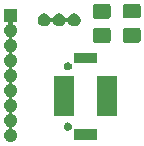
<source format=gts>
G04 #@! TF.GenerationSoftware,KiCad,Pcbnew,5.1.5-52549c5~84~ubuntu19.04.1*
G04 #@! TF.CreationDate,2020-03-13T14:57:39+01:00*
G04 #@! TF.ProjectId,ADcmXL3021_adapter,4144636d-584c-4333-9032-315f61646170,rev?*
G04 #@! TF.SameCoordinates,Original*
G04 #@! TF.FileFunction,Soldermask,Top*
G04 #@! TF.FilePolarity,Negative*
%FSLAX46Y46*%
G04 Gerber Fmt 4.6, Leading zero omitted, Abs format (unit mm)*
G04 Created by KiCad (PCBNEW 5.1.5-52549c5~84~ubuntu19.04.1) date 2020-03-13 14:57:39*
%MOMM*%
%LPD*%
G04 APERTURE LIST*
%ADD10C,0.101600*%
G04 APERTURE END LIST*
D10*
G36*
X127805000Y-75735000D02*
G01*
X127581782Y-75735000D01*
X127557396Y-75737402D01*
X127533947Y-75744515D01*
X127512336Y-75756066D01*
X127493394Y-75771611D01*
X127477849Y-75790553D01*
X127466298Y-75812164D01*
X127459185Y-75835613D01*
X127456783Y-75859999D01*
X127459185Y-75884385D01*
X127466298Y-75907834D01*
X127477849Y-75929445D01*
X127493394Y-75948387D01*
X127512336Y-75963932D01*
X127555824Y-75992990D01*
X127605242Y-76026010D01*
X127681990Y-76102758D01*
X127681991Y-76102760D01*
X127742291Y-76193005D01*
X127783826Y-76293279D01*
X127805000Y-76399730D01*
X127805000Y-76508270D01*
X127783826Y-76614721D01*
X127742291Y-76714995D01*
X127742290Y-76714996D01*
X127681990Y-76805242D01*
X127605242Y-76881990D01*
X127559812Y-76912345D01*
X127514995Y-76942291D01*
X127439611Y-76973516D01*
X127418000Y-76985067D01*
X127399059Y-77000612D01*
X127383513Y-77019554D01*
X127371962Y-77041165D01*
X127364849Y-77064614D01*
X127362447Y-77089000D01*
X127364849Y-77113386D01*
X127371962Y-77136835D01*
X127383513Y-77158446D01*
X127399058Y-77177387D01*
X127418000Y-77192933D01*
X127439611Y-77204484D01*
X127514995Y-77235709D01*
X127514996Y-77235710D01*
X127605242Y-77296010D01*
X127681990Y-77372758D01*
X127681991Y-77372760D01*
X127742291Y-77463005D01*
X127783826Y-77563279D01*
X127805000Y-77669730D01*
X127805000Y-77778270D01*
X127783826Y-77884721D01*
X127742291Y-77984995D01*
X127742290Y-77984996D01*
X127681990Y-78075242D01*
X127605242Y-78151990D01*
X127559812Y-78182345D01*
X127514995Y-78212291D01*
X127439611Y-78243516D01*
X127418000Y-78255067D01*
X127399059Y-78270612D01*
X127383513Y-78289554D01*
X127371962Y-78311165D01*
X127364849Y-78334614D01*
X127362447Y-78359000D01*
X127364849Y-78383386D01*
X127371962Y-78406835D01*
X127383513Y-78428446D01*
X127399058Y-78447387D01*
X127418000Y-78462933D01*
X127439611Y-78474484D01*
X127514995Y-78505709D01*
X127514996Y-78505710D01*
X127605242Y-78566010D01*
X127681990Y-78642758D01*
X127681991Y-78642760D01*
X127742291Y-78733005D01*
X127783826Y-78833279D01*
X127805000Y-78939730D01*
X127805000Y-79048270D01*
X127783826Y-79154721D01*
X127742291Y-79254995D01*
X127733433Y-79268252D01*
X127681990Y-79345242D01*
X127605242Y-79421990D01*
X127559812Y-79452345D01*
X127514995Y-79482291D01*
X127439611Y-79513516D01*
X127418000Y-79525067D01*
X127399059Y-79540612D01*
X127383513Y-79559554D01*
X127371962Y-79581165D01*
X127364849Y-79604614D01*
X127362447Y-79629000D01*
X127364849Y-79653386D01*
X127371962Y-79676835D01*
X127383513Y-79698446D01*
X127399058Y-79717387D01*
X127418000Y-79732933D01*
X127439611Y-79744484D01*
X127514995Y-79775709D01*
X127559812Y-79805655D01*
X127605242Y-79836010D01*
X127681990Y-79912758D01*
X127681991Y-79912760D01*
X127742291Y-80003005D01*
X127783826Y-80103279D01*
X127805000Y-80209730D01*
X127805000Y-80318270D01*
X127783826Y-80424721D01*
X127742291Y-80524995D01*
X127742290Y-80524996D01*
X127681990Y-80615242D01*
X127605242Y-80691990D01*
X127559812Y-80722345D01*
X127514995Y-80752291D01*
X127439611Y-80783516D01*
X127418000Y-80795067D01*
X127399059Y-80810612D01*
X127383513Y-80829554D01*
X127371962Y-80851165D01*
X127364849Y-80874614D01*
X127362447Y-80899000D01*
X127364849Y-80923386D01*
X127371962Y-80946835D01*
X127383513Y-80968446D01*
X127399058Y-80987387D01*
X127418000Y-81002933D01*
X127439611Y-81014484D01*
X127514995Y-81045709D01*
X127514996Y-81045710D01*
X127605242Y-81106010D01*
X127681990Y-81182758D01*
X127681991Y-81182760D01*
X127742291Y-81273005D01*
X127783826Y-81373279D01*
X127805000Y-81479730D01*
X127805000Y-81588270D01*
X127783826Y-81694721D01*
X127742291Y-81794995D01*
X127742290Y-81794996D01*
X127681990Y-81885242D01*
X127605242Y-81961990D01*
X127559812Y-81992345D01*
X127514995Y-82022291D01*
X127439611Y-82053516D01*
X127418000Y-82065067D01*
X127399059Y-82080612D01*
X127383513Y-82099554D01*
X127371962Y-82121165D01*
X127364849Y-82144614D01*
X127362447Y-82169000D01*
X127364849Y-82193386D01*
X127371962Y-82216835D01*
X127383513Y-82238446D01*
X127399058Y-82257387D01*
X127418000Y-82272933D01*
X127439611Y-82284484D01*
X127514995Y-82315709D01*
X127559812Y-82345655D01*
X127605242Y-82376010D01*
X127681990Y-82452758D01*
X127681991Y-82452760D01*
X127742291Y-82543005D01*
X127783826Y-82643279D01*
X127805000Y-82749730D01*
X127805000Y-82858270D01*
X127783826Y-82964721D01*
X127742291Y-83064995D01*
X127742290Y-83064996D01*
X127681990Y-83155242D01*
X127605242Y-83231990D01*
X127588764Y-83243000D01*
X127514995Y-83292291D01*
X127439611Y-83323516D01*
X127418000Y-83335067D01*
X127399059Y-83350612D01*
X127383513Y-83369554D01*
X127371962Y-83391165D01*
X127364849Y-83414614D01*
X127362447Y-83439000D01*
X127364849Y-83463386D01*
X127371962Y-83486835D01*
X127383513Y-83508446D01*
X127399058Y-83527387D01*
X127418000Y-83542933D01*
X127439611Y-83554484D01*
X127514995Y-83585709D01*
X127514996Y-83585710D01*
X127605242Y-83646010D01*
X127681990Y-83722758D01*
X127681991Y-83722760D01*
X127742291Y-83813005D01*
X127783826Y-83913279D01*
X127805000Y-84019730D01*
X127805000Y-84128270D01*
X127783826Y-84234721D01*
X127742291Y-84334995D01*
X127742290Y-84334996D01*
X127681990Y-84425242D01*
X127605242Y-84501990D01*
X127559812Y-84532345D01*
X127514995Y-84562291D01*
X127439611Y-84593516D01*
X127418000Y-84605067D01*
X127399059Y-84620612D01*
X127383513Y-84639554D01*
X127371962Y-84661165D01*
X127364849Y-84684614D01*
X127362447Y-84709000D01*
X127364849Y-84733386D01*
X127371962Y-84756835D01*
X127383513Y-84778446D01*
X127399058Y-84797387D01*
X127418000Y-84812933D01*
X127439611Y-84824484D01*
X127514995Y-84855709D01*
X127528361Y-84864640D01*
X127605242Y-84916010D01*
X127681990Y-84992758D01*
X127681991Y-84992760D01*
X127742291Y-85083005D01*
X127783826Y-85183279D01*
X127805000Y-85289730D01*
X127805000Y-85398270D01*
X127783826Y-85504721D01*
X127742291Y-85604995D01*
X127742290Y-85604996D01*
X127681990Y-85695242D01*
X127605242Y-85771990D01*
X127559812Y-85802345D01*
X127514995Y-85832291D01*
X127414721Y-85873826D01*
X127308270Y-85895000D01*
X127199730Y-85895000D01*
X127093279Y-85873826D01*
X126993005Y-85832291D01*
X126948188Y-85802345D01*
X126902758Y-85771990D01*
X126826010Y-85695242D01*
X126765710Y-85604996D01*
X126765709Y-85604995D01*
X126724174Y-85504721D01*
X126703000Y-85398270D01*
X126703000Y-85289730D01*
X126724174Y-85183279D01*
X126765709Y-85083005D01*
X126826009Y-84992760D01*
X126826010Y-84992758D01*
X126902758Y-84916010D01*
X126979639Y-84864640D01*
X126993005Y-84855709D01*
X127068389Y-84824484D01*
X127090000Y-84812933D01*
X127108941Y-84797388D01*
X127124487Y-84778446D01*
X127136038Y-84756835D01*
X127143151Y-84733386D01*
X127145553Y-84709000D01*
X127143151Y-84684614D01*
X127136038Y-84661165D01*
X127124487Y-84639554D01*
X127108942Y-84620613D01*
X127090000Y-84605067D01*
X127068389Y-84593516D01*
X126993005Y-84562291D01*
X126948188Y-84532345D01*
X126902758Y-84501990D01*
X126826010Y-84425242D01*
X126765710Y-84334996D01*
X126765709Y-84334995D01*
X126724174Y-84234721D01*
X126703000Y-84128270D01*
X126703000Y-84019730D01*
X126724174Y-83913279D01*
X126765709Y-83813005D01*
X126826009Y-83722760D01*
X126826010Y-83722758D01*
X126902758Y-83646010D01*
X126993004Y-83585710D01*
X126993005Y-83585709D01*
X127068389Y-83554484D01*
X127090000Y-83542933D01*
X127108941Y-83527388D01*
X127124487Y-83508446D01*
X127136038Y-83486835D01*
X127143151Y-83463386D01*
X127145553Y-83439000D01*
X127143151Y-83414614D01*
X127136038Y-83391165D01*
X127124487Y-83369554D01*
X127108942Y-83350613D01*
X127090000Y-83335067D01*
X127068389Y-83323516D01*
X126993005Y-83292291D01*
X126919236Y-83243000D01*
X126902758Y-83231990D01*
X126826010Y-83155242D01*
X126765710Y-83064996D01*
X126765709Y-83064995D01*
X126724174Y-82964721D01*
X126703000Y-82858270D01*
X126703000Y-82749730D01*
X126724174Y-82643279D01*
X126765709Y-82543005D01*
X126826009Y-82452760D01*
X126826010Y-82452758D01*
X126902758Y-82376010D01*
X126948188Y-82345655D01*
X126993005Y-82315709D01*
X127068389Y-82284484D01*
X127090000Y-82272933D01*
X127108941Y-82257388D01*
X127124487Y-82238446D01*
X127136038Y-82216835D01*
X127143151Y-82193386D01*
X127145553Y-82169000D01*
X127143151Y-82144614D01*
X127136038Y-82121165D01*
X127124487Y-82099554D01*
X127108942Y-82080613D01*
X127090000Y-82065067D01*
X127068389Y-82053516D01*
X126993005Y-82022291D01*
X126948188Y-81992345D01*
X126902758Y-81961990D01*
X126826010Y-81885242D01*
X126765710Y-81794996D01*
X126765709Y-81794995D01*
X126724174Y-81694721D01*
X126703000Y-81588270D01*
X126703000Y-81479730D01*
X126724174Y-81373279D01*
X126765709Y-81273005D01*
X126826009Y-81182760D01*
X126826010Y-81182758D01*
X126902758Y-81106010D01*
X126993004Y-81045710D01*
X126993005Y-81045709D01*
X127068389Y-81014484D01*
X127090000Y-81002933D01*
X127108941Y-80987388D01*
X127124487Y-80968446D01*
X127136038Y-80946835D01*
X127143151Y-80923386D01*
X127145553Y-80899000D01*
X127143151Y-80874614D01*
X127136038Y-80851165D01*
X127124487Y-80829554D01*
X127108942Y-80810613D01*
X127090000Y-80795067D01*
X127068389Y-80783516D01*
X126993005Y-80752291D01*
X126948188Y-80722345D01*
X126902758Y-80691990D01*
X126826010Y-80615242D01*
X126765710Y-80524996D01*
X126765709Y-80524995D01*
X126724174Y-80424721D01*
X126703000Y-80318270D01*
X126703000Y-80209730D01*
X126724174Y-80103279D01*
X126765709Y-80003005D01*
X126826009Y-79912760D01*
X126826010Y-79912758D01*
X126902758Y-79836010D01*
X126948188Y-79805655D01*
X126993005Y-79775709D01*
X127068389Y-79744484D01*
X127090000Y-79732933D01*
X127108941Y-79717388D01*
X127124487Y-79698446D01*
X127136038Y-79676835D01*
X127143151Y-79653386D01*
X127145553Y-79629000D01*
X127143151Y-79604614D01*
X127136038Y-79581165D01*
X127124487Y-79559554D01*
X127108942Y-79540613D01*
X127090000Y-79525067D01*
X127068389Y-79513516D01*
X126993005Y-79482291D01*
X126948188Y-79452345D01*
X126902758Y-79421990D01*
X126826010Y-79345242D01*
X126774567Y-79268252D01*
X126765709Y-79254995D01*
X126724174Y-79154721D01*
X126703000Y-79048270D01*
X126703000Y-78939730D01*
X126724174Y-78833279D01*
X126765709Y-78733005D01*
X126826009Y-78642760D01*
X126826010Y-78642758D01*
X126902758Y-78566010D01*
X126993004Y-78505710D01*
X126993005Y-78505709D01*
X127068389Y-78474484D01*
X127090000Y-78462933D01*
X127108941Y-78447388D01*
X127124487Y-78428446D01*
X127136038Y-78406835D01*
X127143151Y-78383386D01*
X127145553Y-78359000D01*
X127143151Y-78334614D01*
X127136038Y-78311165D01*
X127124487Y-78289554D01*
X127108942Y-78270613D01*
X127090000Y-78255067D01*
X127068389Y-78243516D01*
X126993005Y-78212291D01*
X126948188Y-78182345D01*
X126902758Y-78151990D01*
X126826010Y-78075242D01*
X126765710Y-77984996D01*
X126765709Y-77984995D01*
X126724174Y-77884721D01*
X126703000Y-77778270D01*
X126703000Y-77669730D01*
X126724174Y-77563279D01*
X126765709Y-77463005D01*
X126826009Y-77372760D01*
X126826010Y-77372758D01*
X126902758Y-77296010D01*
X126993004Y-77235710D01*
X126993005Y-77235709D01*
X127068389Y-77204484D01*
X127090000Y-77192933D01*
X127108941Y-77177388D01*
X127124487Y-77158446D01*
X127136038Y-77136835D01*
X127143151Y-77113386D01*
X127145553Y-77089000D01*
X127143151Y-77064614D01*
X127136038Y-77041165D01*
X127124487Y-77019554D01*
X127108942Y-77000613D01*
X127090000Y-76985067D01*
X127068389Y-76973516D01*
X126993005Y-76942291D01*
X126948188Y-76912345D01*
X126902758Y-76881990D01*
X126826010Y-76805242D01*
X126765710Y-76714996D01*
X126765709Y-76714995D01*
X126724174Y-76614721D01*
X126703000Y-76508270D01*
X126703000Y-76399730D01*
X126724174Y-76293279D01*
X126765709Y-76193005D01*
X126826009Y-76102760D01*
X126826010Y-76102758D01*
X126902758Y-76026010D01*
X126952176Y-75992990D01*
X126995664Y-75963932D01*
X127014606Y-75948386D01*
X127030151Y-75929444D01*
X127041702Y-75907833D01*
X127048815Y-75884385D01*
X127051217Y-75859998D01*
X127048815Y-75835612D01*
X127041702Y-75812163D01*
X127030151Y-75790553D01*
X127014605Y-75771611D01*
X126995663Y-75756066D01*
X126974052Y-75744515D01*
X126950604Y-75737402D01*
X126926218Y-75735000D01*
X126703000Y-75735000D01*
X126703000Y-74633000D01*
X127805000Y-74633000D01*
X127805000Y-75735000D01*
G37*
G36*
X134555000Y-85743000D02*
G01*
X132653000Y-85743000D01*
X132653000Y-84841000D01*
X134555000Y-84841000D01*
X134555000Y-85743000D01*
G37*
G36*
X132206383Y-84254489D02*
G01*
X132206386Y-84254490D01*
X132206385Y-84254490D01*
X132270258Y-84280946D01*
X132327748Y-84319360D01*
X132376640Y-84368252D01*
X132415054Y-84425742D01*
X132436624Y-84477818D01*
X132441511Y-84489617D01*
X132443972Y-84501990D01*
X132455000Y-84557430D01*
X132455000Y-84626572D01*
X132442062Y-84691615D01*
X132439660Y-84716001D01*
X132440370Y-84723208D01*
X132439613Y-84723829D01*
X132424068Y-84742771D01*
X132418733Y-84752751D01*
X132415053Y-84758258D01*
X132415052Y-84758261D01*
X132391840Y-84793000D01*
X132376640Y-84815748D01*
X132327748Y-84864640D01*
X132270258Y-84903054D01*
X132218182Y-84924624D01*
X132206383Y-84929511D01*
X132138570Y-84943000D01*
X132069430Y-84943000D01*
X132001617Y-84929511D01*
X131989818Y-84924624D01*
X131937742Y-84903054D01*
X131880252Y-84864640D01*
X131831360Y-84815748D01*
X131792946Y-84758258D01*
X131766490Y-84694385D01*
X131766489Y-84694383D01*
X131753000Y-84626570D01*
X131753000Y-84557430D01*
X131766489Y-84489617D01*
X131771376Y-84477818D01*
X131792946Y-84425742D01*
X131831360Y-84368252D01*
X131880252Y-84319360D01*
X131937742Y-84280946D01*
X132001615Y-84254490D01*
X132001614Y-84254490D01*
X132001617Y-84254489D01*
X132069430Y-84241000D01*
X132138570Y-84241000D01*
X132206383Y-84254489D01*
G37*
G36*
X136255000Y-83743000D02*
G01*
X134553000Y-83743000D01*
X134553000Y-80341000D01*
X136255000Y-80341000D01*
X136255000Y-83743000D01*
G37*
G36*
X132655000Y-83743000D02*
G01*
X130953000Y-83743000D01*
X130953000Y-80341000D01*
X132655000Y-80341000D01*
X132655000Y-83743000D01*
G37*
G36*
X132206383Y-79154489D02*
G01*
X132206386Y-79154490D01*
X132206385Y-79154490D01*
X132270258Y-79180946D01*
X132327748Y-79219360D01*
X132376640Y-79268252D01*
X132418736Y-79331252D01*
X132424070Y-79341231D01*
X132439615Y-79360173D01*
X132440370Y-79360792D01*
X132439660Y-79367999D01*
X132442062Y-79392385D01*
X132447951Y-79421991D01*
X132455000Y-79457430D01*
X132455000Y-79526570D01*
X132441511Y-79594383D01*
X132441510Y-79594385D01*
X132415054Y-79658258D01*
X132376640Y-79715748D01*
X132327748Y-79764640D01*
X132270258Y-79803054D01*
X132218182Y-79824624D01*
X132206383Y-79829511D01*
X132138570Y-79843000D01*
X132069430Y-79843000D01*
X132001617Y-79829511D01*
X131989818Y-79824624D01*
X131937742Y-79803054D01*
X131880252Y-79764640D01*
X131831360Y-79715748D01*
X131792946Y-79658258D01*
X131766490Y-79594385D01*
X131766489Y-79594383D01*
X131753000Y-79526570D01*
X131753000Y-79457430D01*
X131766489Y-79389617D01*
X131775443Y-79367999D01*
X131792946Y-79325742D01*
X131831360Y-79268252D01*
X131880252Y-79219360D01*
X131937742Y-79180946D01*
X132001615Y-79154490D01*
X132001614Y-79154490D01*
X132001617Y-79154489D01*
X132069430Y-79141000D01*
X132138570Y-79141000D01*
X132206383Y-79154489D01*
G37*
G36*
X134555000Y-79243000D02*
G01*
X132653000Y-79243000D01*
X132653000Y-78341000D01*
X134555000Y-78341000D01*
X134555000Y-79243000D01*
G37*
G36*
X135564274Y-76256865D02*
G01*
X135601967Y-76268299D01*
X135636703Y-76286866D01*
X135667148Y-76311852D01*
X135692134Y-76342297D01*
X135710701Y-76377033D01*
X135722135Y-76414726D01*
X135726600Y-76460061D01*
X135726600Y-77296739D01*
X135722135Y-77342074D01*
X135710701Y-77379767D01*
X135692134Y-77414503D01*
X135667148Y-77444948D01*
X135636703Y-77469934D01*
X135601967Y-77488501D01*
X135564274Y-77499935D01*
X135518939Y-77504400D01*
X134432261Y-77504400D01*
X134386926Y-77499935D01*
X134349233Y-77488501D01*
X134314497Y-77469934D01*
X134284052Y-77444948D01*
X134259066Y-77414503D01*
X134240499Y-77379767D01*
X134229065Y-77342074D01*
X134224600Y-77296739D01*
X134224600Y-76460061D01*
X134229065Y-76414726D01*
X134240499Y-76377033D01*
X134259066Y-76342297D01*
X134284052Y-76311852D01*
X134314497Y-76286866D01*
X134349233Y-76268299D01*
X134386926Y-76256865D01*
X134432261Y-76252400D01*
X135518939Y-76252400D01*
X135564274Y-76256865D01*
G37*
G36*
X138104274Y-76238865D02*
G01*
X138141967Y-76250299D01*
X138176703Y-76268866D01*
X138207148Y-76293852D01*
X138232134Y-76324297D01*
X138250701Y-76359033D01*
X138262135Y-76396726D01*
X138266600Y-76442061D01*
X138266600Y-77278739D01*
X138262135Y-77324074D01*
X138250701Y-77361767D01*
X138232134Y-77396503D01*
X138207148Y-77426948D01*
X138176703Y-77451934D01*
X138141967Y-77470501D01*
X138104274Y-77481935D01*
X138058939Y-77486400D01*
X136972261Y-77486400D01*
X136926926Y-77481935D01*
X136889233Y-77470501D01*
X136854497Y-77451934D01*
X136824052Y-77426948D01*
X136799066Y-77396503D01*
X136780499Y-77361767D01*
X136769065Y-77324074D01*
X136764600Y-77278739D01*
X136764600Y-76442061D01*
X136769065Y-76396726D01*
X136780499Y-76359033D01*
X136799066Y-76324297D01*
X136824052Y-76293852D01*
X136854497Y-76268866D01*
X136889233Y-76250299D01*
X136926926Y-76238865D01*
X136972261Y-76234400D01*
X138058939Y-76234400D01*
X138104274Y-76238865D01*
G37*
G36*
X130259521Y-75035174D02*
G01*
X130359795Y-75076709D01*
X130359796Y-75076710D01*
X130450042Y-75137010D01*
X130526790Y-75213758D01*
X130548827Y-75246739D01*
X130587091Y-75304005D01*
X130618316Y-75379389D01*
X130629867Y-75401000D01*
X130645412Y-75419941D01*
X130664354Y-75435487D01*
X130685965Y-75447038D01*
X130709414Y-75454151D01*
X130733800Y-75456553D01*
X130758186Y-75454151D01*
X130781635Y-75447038D01*
X130803246Y-75435487D01*
X130822187Y-75419942D01*
X130837733Y-75401000D01*
X130849284Y-75379389D01*
X130880509Y-75304005D01*
X130918773Y-75246739D01*
X130940810Y-75213758D01*
X131017558Y-75137010D01*
X131107804Y-75076710D01*
X131107805Y-75076709D01*
X131208079Y-75035174D01*
X131314530Y-75014000D01*
X131423070Y-75014000D01*
X131529521Y-75035174D01*
X131629795Y-75076709D01*
X131629796Y-75076710D01*
X131720042Y-75137010D01*
X131796790Y-75213758D01*
X131818827Y-75246739D01*
X131857091Y-75304005D01*
X131888316Y-75379389D01*
X131899867Y-75401000D01*
X131915412Y-75419941D01*
X131934354Y-75435487D01*
X131955965Y-75447038D01*
X131979414Y-75454151D01*
X132003800Y-75456553D01*
X132028186Y-75454151D01*
X132051635Y-75447038D01*
X132073246Y-75435487D01*
X132092187Y-75419942D01*
X132107733Y-75401000D01*
X132119284Y-75379389D01*
X132150509Y-75304005D01*
X132188773Y-75246739D01*
X132210810Y-75213758D01*
X132287558Y-75137010D01*
X132377804Y-75076710D01*
X132377805Y-75076709D01*
X132478079Y-75035174D01*
X132584530Y-75014000D01*
X132693070Y-75014000D01*
X132799521Y-75035174D01*
X132899795Y-75076709D01*
X132899796Y-75076710D01*
X132990042Y-75137010D01*
X133066790Y-75213758D01*
X133088827Y-75246739D01*
X133127091Y-75304005D01*
X133168626Y-75404279D01*
X133189800Y-75510730D01*
X133189800Y-75619270D01*
X133168626Y-75725721D01*
X133127091Y-75825995D01*
X133127090Y-75825996D01*
X133066790Y-75916242D01*
X132990042Y-75992990D01*
X132944612Y-76023345D01*
X132899795Y-76053291D01*
X132799521Y-76094826D01*
X132693070Y-76116000D01*
X132584530Y-76116000D01*
X132478079Y-76094826D01*
X132377805Y-76053291D01*
X132332988Y-76023345D01*
X132287558Y-75992990D01*
X132210810Y-75916242D01*
X132150510Y-75825996D01*
X132150509Y-75825995D01*
X132119284Y-75750611D01*
X132107733Y-75729000D01*
X132092188Y-75710059D01*
X132073246Y-75694513D01*
X132051635Y-75682962D01*
X132028186Y-75675849D01*
X132003800Y-75673447D01*
X131979414Y-75675849D01*
X131955965Y-75682962D01*
X131934354Y-75694513D01*
X131915413Y-75710058D01*
X131899867Y-75729000D01*
X131888316Y-75750611D01*
X131857091Y-75825995D01*
X131857090Y-75825996D01*
X131796790Y-75916242D01*
X131720042Y-75992990D01*
X131674612Y-76023345D01*
X131629795Y-76053291D01*
X131529521Y-76094826D01*
X131423070Y-76116000D01*
X131314530Y-76116000D01*
X131208079Y-76094826D01*
X131107805Y-76053291D01*
X131062988Y-76023345D01*
X131017558Y-75992990D01*
X130940810Y-75916242D01*
X130880510Y-75825996D01*
X130880509Y-75825995D01*
X130849284Y-75750611D01*
X130837733Y-75729000D01*
X130822188Y-75710059D01*
X130803246Y-75694513D01*
X130781635Y-75682962D01*
X130758186Y-75675849D01*
X130733800Y-75673447D01*
X130709414Y-75675849D01*
X130685965Y-75682962D01*
X130664354Y-75694513D01*
X130645413Y-75710058D01*
X130629867Y-75729000D01*
X130618316Y-75750611D01*
X130587091Y-75825995D01*
X130587090Y-75825996D01*
X130526790Y-75916242D01*
X130450042Y-75992990D01*
X130404612Y-76023345D01*
X130359795Y-76053291D01*
X130259521Y-76094826D01*
X130153070Y-76116000D01*
X130044530Y-76116000D01*
X129938079Y-76094826D01*
X129837805Y-76053291D01*
X129792988Y-76023345D01*
X129747558Y-75992990D01*
X129670810Y-75916242D01*
X129610510Y-75825996D01*
X129610509Y-75825995D01*
X129568974Y-75725721D01*
X129547800Y-75619270D01*
X129547800Y-75510730D01*
X129568974Y-75404279D01*
X129610509Y-75304005D01*
X129648773Y-75246739D01*
X129670810Y-75213758D01*
X129747558Y-75137010D01*
X129837804Y-75076710D01*
X129837805Y-75076709D01*
X129938079Y-75035174D01*
X130044530Y-75014000D01*
X130153070Y-75014000D01*
X130259521Y-75035174D01*
G37*
G36*
X135564274Y-74206865D02*
G01*
X135601967Y-74218299D01*
X135636703Y-74236866D01*
X135667148Y-74261852D01*
X135692134Y-74292297D01*
X135710701Y-74327033D01*
X135722135Y-74364726D01*
X135726600Y-74410061D01*
X135726600Y-75246739D01*
X135722135Y-75292074D01*
X135710701Y-75329767D01*
X135692134Y-75364503D01*
X135667148Y-75394948D01*
X135636703Y-75419934D01*
X135601967Y-75438501D01*
X135564274Y-75449935D01*
X135518939Y-75454400D01*
X134432261Y-75454400D01*
X134386926Y-75449935D01*
X134349233Y-75438501D01*
X134314497Y-75419934D01*
X134284052Y-75394948D01*
X134259066Y-75364503D01*
X134240499Y-75329767D01*
X134229065Y-75292074D01*
X134224600Y-75246739D01*
X134224600Y-74410061D01*
X134229065Y-74364726D01*
X134240499Y-74327033D01*
X134259066Y-74292297D01*
X134284052Y-74261852D01*
X134314497Y-74236866D01*
X134349233Y-74218299D01*
X134386926Y-74206865D01*
X134432261Y-74202400D01*
X135518939Y-74202400D01*
X135564274Y-74206865D01*
G37*
G36*
X138104274Y-74188865D02*
G01*
X138141967Y-74200299D01*
X138176703Y-74218866D01*
X138207148Y-74243852D01*
X138232134Y-74274297D01*
X138250701Y-74309033D01*
X138262135Y-74346726D01*
X138266600Y-74392061D01*
X138266600Y-75228739D01*
X138262135Y-75274074D01*
X138250701Y-75311767D01*
X138232134Y-75346503D01*
X138207148Y-75376948D01*
X138176703Y-75401934D01*
X138141967Y-75420501D01*
X138104274Y-75431935D01*
X138058939Y-75436400D01*
X136972261Y-75436400D01*
X136926926Y-75431935D01*
X136889233Y-75420501D01*
X136854497Y-75401934D01*
X136824052Y-75376948D01*
X136799066Y-75346503D01*
X136780499Y-75311767D01*
X136769065Y-75274074D01*
X136764600Y-75228739D01*
X136764600Y-74392061D01*
X136769065Y-74346726D01*
X136780499Y-74309033D01*
X136799066Y-74274297D01*
X136824052Y-74243852D01*
X136854497Y-74218866D01*
X136889233Y-74200299D01*
X136926926Y-74188865D01*
X136972261Y-74184400D01*
X138058939Y-74184400D01*
X138104274Y-74188865D01*
G37*
M02*

</source>
